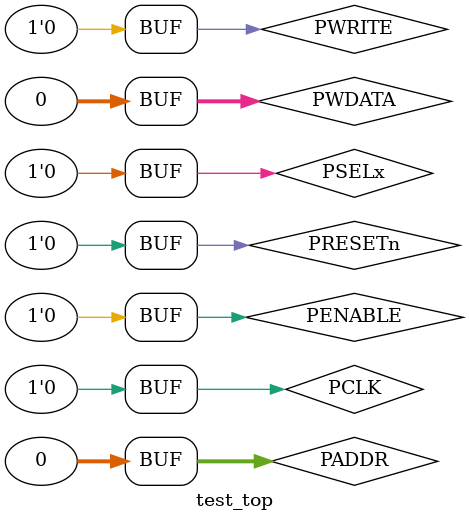
<source format=v>
`timescale 1ns / 1ps


module test_top;

	// Inputs
	reg PCLK;
	reg PRESETn;
	reg [31:0] PADDR;
	reg PSELx;
	reg PENABLE;
	reg PWRITE;
	reg [31:0] PWDATA;

	// Outputs
	wire [31:0] PRDATA;
	wire SCL;

	// Bidirs
	wire SDA;

	// Instantiate the Unit Under Test (UUT)
	mod_top uut (
		.PCLK(PCLK), 
		.PRESETn(PRESETn), 
		.PADDR(PADDR), 
		.PSELx(PSELx), 
		.PENABLE(PENABLE), 
		.PWRITE(PWRITE), 
		.PRDATA(PRDATA), 
		.PWDATA(PWDATA), 
		.SDA(SDA), 
		.SCL(SCL)
	);

	initial begin
		// Initialize Inputs
		PCLK = 0;
		PRESETn = 0;
		PADDR = 0;
		PSELx = 0;
		PENABLE = 0;
		PWRITE = 0;
		PWDATA = 0;

		// Wait 100 ns for global reset to finish
		#100;
        
		// Add stimulus here

	end
      
endmodule


</source>
